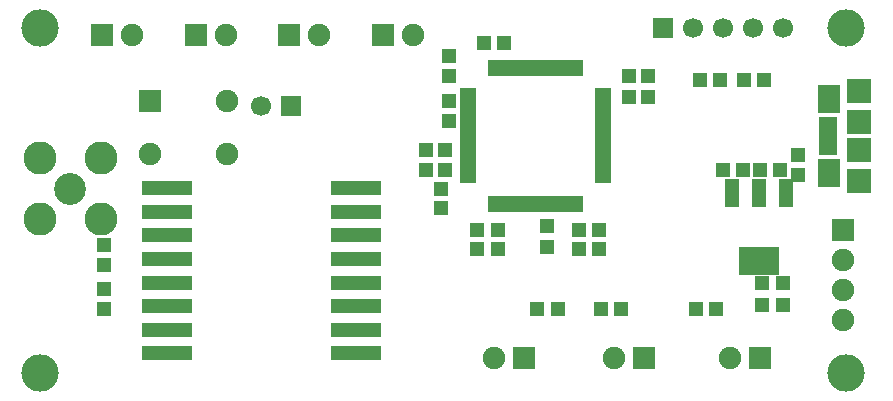
<source format=gbr>
%TF.GenerationSoftware,Novarm,DipTrace,3.3.0.1*%
%TF.CreationDate,2018-11-14T10:18:30-08:00*%
%FSLAX26Y26*%
%MOIN*%
%TF.FileFunction,Soldermask,Top*%
%TF.Part,Single*%
%ADD45C,0.125*%
%ADD54R,0.16536X0.04725*%
%ADD56R,0.084652X0.084652*%
%ADD58R,0.084652X0.080715*%
%ADD60R,0.072841X0.092526*%
%ADD62R,0.062998X0.025597*%
%ADD64R,0.019691X0.055124*%
%ADD66R,0.055124X0.019691*%
%ADD68R,0.135833X0.092526*%
%ADD70R,0.045282X0.092526*%
%ADD72C,0.074809*%
%ADD74R,0.04725X0.045282*%
%ADD76C,0.066935*%
%ADD78R,0.066935X0.066935*%
%ADD80C,0.074809*%
%ADD82R,0.074809X0.074809*%
%ADD84R,0.04725X0.051187*%
%ADD86R,0.051187X0.04725*%
%ADD88C,0.106305*%
%ADD90C,0.110242*%
G75*
G01*
%LPD*%
D90*
X518700Y1031200D3*
X721456D3*
Y1233956D3*
X518700D3*
D88*
X620078Y1132578D3*
D86*
X1997939Y1618218D3*
X2064868D3*
X2918700Y1193700D3*
X2985629D3*
X2793700D3*
X2860629D3*
D84*
X2481200Y1506200D3*
Y1439271D3*
X2543700Y1506200D3*
Y1439271D3*
X1881200Y1506200D3*
Y1573129D3*
Y1356200D3*
Y1423129D3*
X1806200Y1193700D3*
Y1260629D3*
X1868700Y1193700D3*
Y1260629D3*
D86*
X2043700Y993700D3*
X1976771D3*
X2381200Y931200D3*
X2314271D3*
D84*
X2209067Y1006191D3*
Y939262D3*
D86*
X2043700Y931200D3*
X1976771D3*
X2381200Y993700D3*
X2314271D3*
D84*
X731200Y731200D3*
Y798129D3*
Y943700D3*
Y876771D3*
D86*
X2931200Y1493700D3*
X2864271D3*
D84*
X3043700Y1243700D3*
Y1176771D3*
D45*
X3206200Y518700D3*
X518700Y1668700D3*
X3206200D3*
X518700Y518700D3*
D82*
X2131200Y568700D3*
D80*
X2031200D3*
D78*
X1356200Y1406200D3*
D76*
X1256200D3*
D82*
X2531200Y568700D3*
D80*
X2431200D3*
D82*
X2918700D3*
D80*
X2818700D3*
D82*
X1662598Y1643700D3*
D80*
X1762598D3*
D82*
X1350098D3*
D80*
X1450098D3*
D78*
X2593700Y1668700D3*
D76*
X2693700D3*
X2793700D3*
X2893700D3*
X2993700D3*
D82*
X3193700Y993700D3*
D80*
Y893700D3*
Y793700D3*
Y693700D3*
D82*
X1037598Y1643700D3*
D80*
X1137598D3*
D82*
X725098D3*
D80*
X825098D3*
D74*
X1856200Y1068700D3*
Y1131692D3*
D86*
X2243700Y731200D3*
X2176771D3*
X2718700Y1493700D3*
X2785629D3*
X2456200Y731200D3*
X2389271D3*
X2706200D3*
X2773129D3*
X2993700Y743700D3*
X2926771D3*
X2993700Y818700D3*
X2926771D3*
D82*
X886781Y1424340D3*
D72*
Y1247175D3*
X1142687D3*
Y1424340D3*
D70*
X3006200Y1118700D3*
X2915649D3*
X2825098D3*
D68*
X2915649Y890354D3*
D66*
X1943700Y1456200D3*
Y1436515D3*
Y1416830D3*
Y1397145D3*
Y1377460D3*
Y1357775D3*
Y1338090D3*
Y1318405D3*
Y1298720D3*
Y1279035D3*
Y1259350D3*
Y1239665D3*
Y1219980D3*
Y1200294D3*
Y1180609D3*
Y1160924D3*
D64*
X2022440Y1082184D3*
X2042125D3*
X2061810D3*
X2081495D3*
X2101180D3*
X2120865D3*
X2140550D3*
X2160235D3*
X2179920D3*
X2199606D3*
X2219291D3*
X2238976D3*
X2258661D3*
X2278346D3*
X2298031D3*
X2317716D3*
D66*
X2396456Y1160924D3*
Y1180609D3*
Y1200294D3*
Y1219980D3*
Y1239665D3*
Y1259350D3*
Y1279035D3*
Y1298720D3*
Y1318405D3*
Y1338090D3*
Y1357775D3*
Y1377460D3*
Y1397145D3*
Y1416830D3*
Y1436515D3*
Y1456200D3*
D64*
X2317716Y1534940D3*
X2298031D3*
X2278346D3*
X2258661D3*
X2238976D3*
X2219291D3*
X2199606D3*
X2179920D3*
X2160235D3*
X2140550D3*
X2120865D3*
X2101180D3*
X2081495D3*
X2061810D3*
X2042125D3*
X2022440D3*
D62*
X3143700Y1256200D3*
Y1281791D3*
Y1307381D3*
Y1332972D3*
Y1358562D3*
D60*
X3148621Y1429428D3*
Y1185334D3*
D58*
X3249015Y1456987D3*
Y1157775D3*
D56*
Y1354625D3*
Y1260137D3*
D54*
X1571751Y583070D3*
Y661810D3*
Y740550D3*
Y819291D3*
Y898031D3*
Y976771D3*
Y1055511D3*
Y1134251D3*
X941830D3*
Y1055511D3*
Y976771D3*
Y898031D3*
Y819291D3*
Y740550D3*
Y661810D3*
Y583070D3*
M02*

</source>
